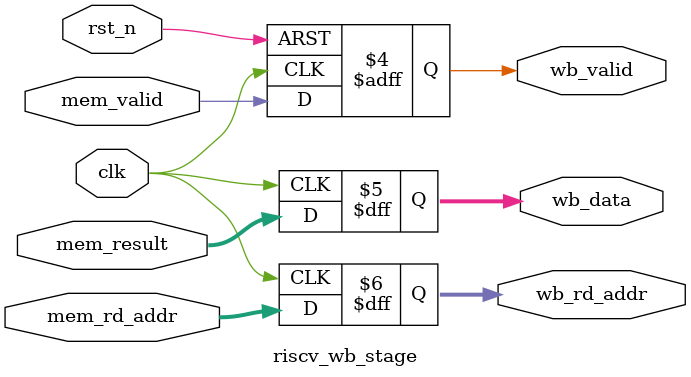
<source format=sv>

module riscv_wb_stage (
    input  logic        clk,
    input  logic        rst_n,
    input  logic [31:0] mem_result,        // Result from memory stage
    input  logic [4:0]  mem_rd_addr,       // Destination register
    input  logic        mem_valid,
    output logic [31:0] wb_data,           // NO RESET - Data path
    output logic [4:0]  wb_rd_addr,        // NO RESET - Data path
    output logic        wb_valid           // WITH RESET - Control path
);

//==============================================================================
// Pipeline Registers - Data Path (NO RESET)
//==============================================================================
    always_ff @(posedge clk) begin
        wb_data    <= mem_result;
        wb_rd_addr <= mem_rd_addr;
    end

//==============================================================================
// Pipeline Registers - Control Path (WITH RESET)
//==============================================================================
    always_ff @(posedge clk or negedge rst_n) begin
        if (!rst_n)
            wb_valid <= 1'b0;
        else
            wb_valid <= mem_valid;
    end

endmodule

</source>
